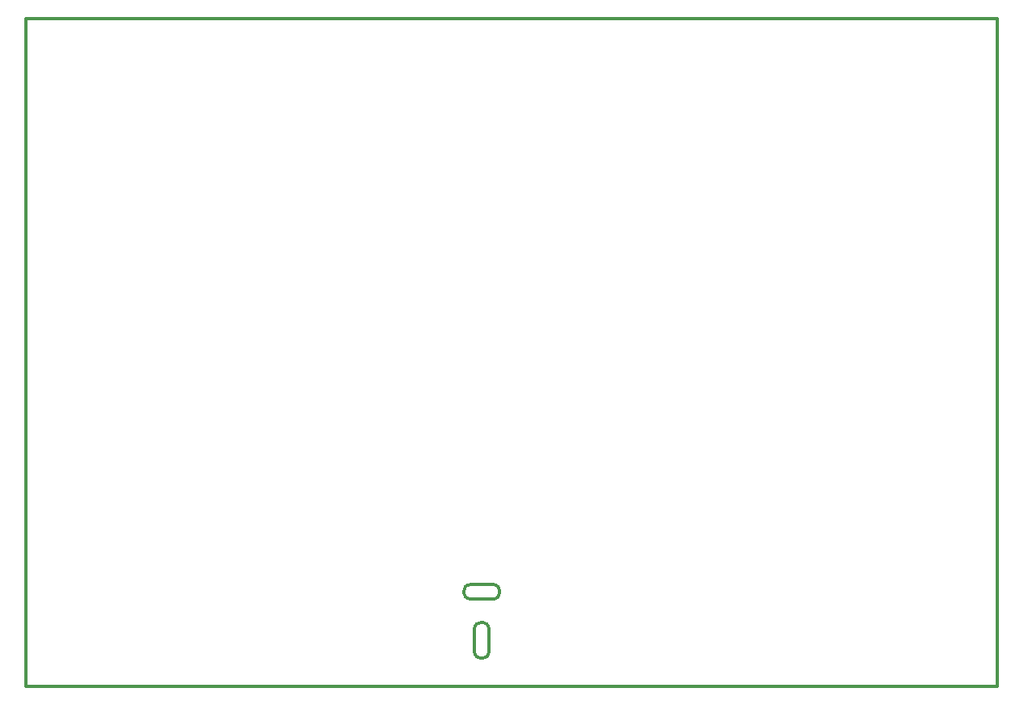
<source format=gbr>
G04 (created by PCBNEW-RS274X (2011-nov-30)-testing) date Tue 28 Aug 2012 04:26:11 PM EDT*
%MOIN*%
G04 Gerber Fmt 3.4, Leading zero omitted, Abs format*
%FSLAX34Y34*%
G01*
G70*
G90*
G04 APERTURE LIST*
%ADD10C,0.006*%
%ADD11C,0.0149*%
G04 APERTURE END LIST*
G54D10*
G54D11*
X19208Y3598D02*
X18308Y3598D01*
X18308Y4198D02*
X19208Y4198D01*
X18307Y4197D02*
G75*
G03X18307Y3599I0J-299D01*
G74*
G01*
X19207Y3597D02*
G75*
G03X19207Y4199I0J301D01*
G74*
G01*
X19058Y2348D02*
X19058Y1448D01*
X18458Y1448D02*
X18458Y2348D01*
X18457Y1448D02*
G75*
G03X19057Y1448I300J0D01*
G74*
G01*
X19056Y2349D02*
G75*
G03X18458Y2349I-299J0D01*
G74*
G01*
X0Y0D02*
X0Y27500D01*
X40000Y0D02*
X0Y0D01*
X40000Y27500D02*
X40000Y0D01*
X0Y27500D02*
X40000Y27500D01*
M02*

</source>
